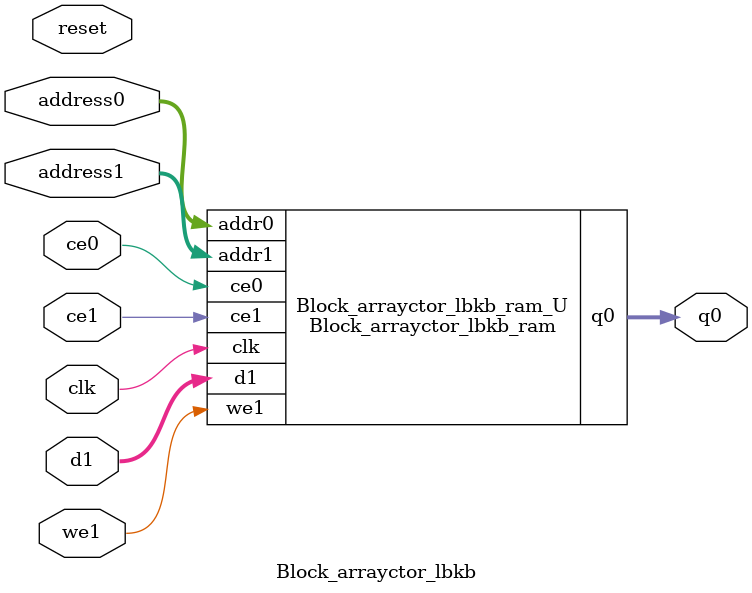
<source format=v>
`timescale 1 ns / 1 ps
module Block_arrayctor_lbkb_ram (addr0, ce0, q0, addr1, ce1, d1, we1,  clk);

parameter DWIDTH = 8;
parameter AWIDTH = 10;
parameter MEM_SIZE = 966;

input[AWIDTH-1:0] addr0;
input ce0;
output reg[DWIDTH-1:0] q0;
input[AWIDTH-1:0] addr1;
input ce1;
input[DWIDTH-1:0] d1;
input we1;
input clk;

(* ram_style = "block" *)reg [DWIDTH-1:0] ram[0:MEM_SIZE-1];




always @(posedge clk)  
begin 
    if (ce0) begin
        q0 <= ram[addr0];
    end
end


always @(posedge clk)  
begin 
    if (ce1) begin
        if (we1) 
            ram[addr1] <= d1; 
    end
end


endmodule

`timescale 1 ns / 1 ps
module Block_arrayctor_lbkb(
    reset,
    clk,
    address0,
    ce0,
    q0,
    address1,
    ce1,
    we1,
    d1);

parameter DataWidth = 32'd8;
parameter AddressRange = 32'd966;
parameter AddressWidth = 32'd10;
input reset;
input clk;
input[AddressWidth - 1:0] address0;
input ce0;
output[DataWidth - 1:0] q0;
input[AddressWidth - 1:0] address1;
input ce1;
input we1;
input[DataWidth - 1:0] d1;



Block_arrayctor_lbkb_ram Block_arrayctor_lbkb_ram_U(
    .clk( clk ),
    .addr0( address0 ),
    .ce0( ce0 ),
    .q0( q0 ),
    .addr1( address1 ),
    .ce1( ce1 ),
    .we1( we1 ),
    .d1( d1 ));

endmodule


</source>
